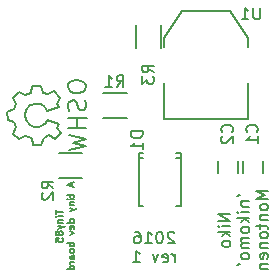
<source format=gbo>
G04 #@! TF.FileFunction,Legend,Bot*
%FSLAX46Y46*%
G04 Gerber Fmt 4.6, Leading zero omitted, Abs format (unit mm)*
G04 Created by KiCad (PCBNEW 4.0.1-stable) date 20.1.2016 23.10.08*
%MOMM*%
G01*
G04 APERTURE LIST*
%ADD10C,0.100000*%
%ADD11C,0.200000*%
%ADD12C,0.150000*%
%ADD13R,1.504000X1.254000*%
%ADD14R,2.054860X2.753360*%
%ADD15O,1.854000X1.854000*%
%ADD16O,2.286000X1.981200*%
%ADD17O,2.252980X2.252980*%
%ADD18R,2.252980X2.252980*%
%ADD19R,1.981200X1.981200*%
%ADD20O,1.981200X1.981200*%
%ADD21R,1.154000X1.954000*%
%ADD22R,3.911600X2.286000*%
%ADD23R,1.270000X2.286000*%
%ADD24R,1.954000X1.154000*%
G04 APERTURE END LIST*
D10*
D11*
X178269686Y-115790819D02*
X178222067Y-115743200D01*
X178126829Y-115695581D01*
X177888733Y-115695581D01*
X177793495Y-115743200D01*
X177745876Y-115790819D01*
X177698257Y-115886057D01*
X177698257Y-115981295D01*
X177745876Y-116124152D01*
X178317305Y-116695581D01*
X177698257Y-116695581D01*
X177079210Y-115695581D02*
X176983971Y-115695581D01*
X176888733Y-115743200D01*
X176841114Y-115790819D01*
X176793495Y-115886057D01*
X176745876Y-116076533D01*
X176745876Y-116314629D01*
X176793495Y-116505105D01*
X176841114Y-116600343D01*
X176888733Y-116647962D01*
X176983971Y-116695581D01*
X177079210Y-116695581D01*
X177174448Y-116647962D01*
X177222067Y-116600343D01*
X177269686Y-116505105D01*
X177317305Y-116314629D01*
X177317305Y-116076533D01*
X177269686Y-115886057D01*
X177222067Y-115790819D01*
X177174448Y-115743200D01*
X177079210Y-115695581D01*
X175793495Y-116695581D02*
X176364924Y-116695581D01*
X176079210Y-116695581D02*
X176079210Y-115695581D01*
X176174448Y-115838438D01*
X176269686Y-115933676D01*
X176364924Y-115981295D01*
X174936352Y-115695581D02*
X175126829Y-115695581D01*
X175222067Y-115743200D01*
X175269686Y-115790819D01*
X175364924Y-115933676D01*
X175412543Y-116124152D01*
X175412543Y-116505105D01*
X175364924Y-116600343D01*
X175317305Y-116647962D01*
X175222067Y-116695581D01*
X175031590Y-116695581D01*
X174936352Y-116647962D01*
X174888733Y-116600343D01*
X174841114Y-116505105D01*
X174841114Y-116267010D01*
X174888733Y-116171771D01*
X174936352Y-116124152D01*
X175031590Y-116076533D01*
X175222067Y-116076533D01*
X175317305Y-116124152D01*
X175364924Y-116171771D01*
X175412543Y-116267010D01*
X178293496Y-118295581D02*
X178293496Y-117628914D01*
X178293496Y-117819390D02*
X178245877Y-117724152D01*
X178198258Y-117676533D01*
X178103020Y-117628914D01*
X178007781Y-117628914D01*
X177293495Y-118247962D02*
X177388733Y-118295581D01*
X177579210Y-118295581D01*
X177674448Y-118247962D01*
X177722067Y-118152724D01*
X177722067Y-117771771D01*
X177674448Y-117676533D01*
X177579210Y-117628914D01*
X177388733Y-117628914D01*
X177293495Y-117676533D01*
X177245876Y-117771771D01*
X177245876Y-117867010D01*
X177722067Y-117962248D01*
X176912543Y-117628914D02*
X176674448Y-118295581D01*
X176436352Y-117628914D01*
X174769685Y-118295581D02*
X175341114Y-118295581D01*
X175055400Y-118295581D02*
X175055400Y-117295581D01*
X175150638Y-117438438D01*
X175245876Y-117533676D01*
X175341114Y-117581295D01*
D12*
X168213429Y-113866786D02*
X168213429Y-114209643D01*
X168813429Y-114038214D02*
X168213429Y-114038214D01*
X168813429Y-114409643D02*
X168413429Y-114409643D01*
X168213429Y-114409643D02*
X168242000Y-114381072D01*
X168270571Y-114409643D01*
X168242000Y-114438215D01*
X168213429Y-114409643D01*
X168270571Y-114409643D01*
X168413429Y-114695357D02*
X168813429Y-114695357D01*
X168470571Y-114695357D02*
X168442000Y-114723929D01*
X168413429Y-114781071D01*
X168413429Y-114866786D01*
X168442000Y-114923929D01*
X168499143Y-114952500D01*
X168813429Y-114952500D01*
X168413429Y-115181071D02*
X168813429Y-115323928D01*
X168413429Y-115466786D02*
X168813429Y-115323928D01*
X168956286Y-115266786D01*
X168984857Y-115238214D01*
X169013429Y-115181071D01*
X168470571Y-115781071D02*
X168442000Y-115723929D01*
X168413429Y-115695357D01*
X168356286Y-115666786D01*
X168327714Y-115666786D01*
X168270571Y-115695357D01*
X168242000Y-115723929D01*
X168213429Y-115781071D01*
X168213429Y-115895357D01*
X168242000Y-115952500D01*
X168270571Y-115981071D01*
X168327714Y-116009643D01*
X168356286Y-116009643D01*
X168413429Y-115981071D01*
X168442000Y-115952500D01*
X168470571Y-115895357D01*
X168470571Y-115781071D01*
X168499143Y-115723929D01*
X168527714Y-115695357D01*
X168584857Y-115666786D01*
X168699143Y-115666786D01*
X168756286Y-115695357D01*
X168784857Y-115723929D01*
X168813429Y-115781071D01*
X168813429Y-115895357D01*
X168784857Y-115952500D01*
X168756286Y-115981071D01*
X168699143Y-116009643D01*
X168584857Y-116009643D01*
X168527714Y-115981071D01*
X168499143Y-115952500D01*
X168470571Y-115895357D01*
X168213429Y-116552500D02*
X168213429Y-116266786D01*
X168499143Y-116238215D01*
X168470571Y-116266786D01*
X168442000Y-116323929D01*
X168442000Y-116466786D01*
X168470571Y-116523929D01*
X168499143Y-116552500D01*
X168556286Y-116581072D01*
X168699143Y-116581072D01*
X168756286Y-116552500D01*
X168784857Y-116523929D01*
X168813429Y-116466786D01*
X168813429Y-116323929D01*
X168784857Y-116266786D01*
X168756286Y-116238215D01*
X169632000Y-111581072D02*
X169632000Y-111866786D01*
X169803429Y-111523929D02*
X169203429Y-111723929D01*
X169803429Y-111923929D01*
X169403429Y-112495358D02*
X169403429Y-112723929D01*
X169203429Y-112581072D02*
X169717714Y-112581072D01*
X169774857Y-112609644D01*
X169803429Y-112666786D01*
X169803429Y-112723929D01*
X169803429Y-112923929D02*
X169403429Y-112923929D01*
X169203429Y-112923929D02*
X169232000Y-112895358D01*
X169260571Y-112923929D01*
X169232000Y-112952501D01*
X169203429Y-112923929D01*
X169260571Y-112923929D01*
X169403429Y-113209643D02*
X169803429Y-113209643D01*
X169460571Y-113209643D02*
X169432000Y-113238215D01*
X169403429Y-113295357D01*
X169403429Y-113381072D01*
X169432000Y-113438215D01*
X169489143Y-113466786D01*
X169803429Y-113466786D01*
X169403429Y-113695357D02*
X169803429Y-113838214D01*
X169403429Y-113981072D02*
X169803429Y-113838214D01*
X169946286Y-113781072D01*
X169974857Y-113752500D01*
X170003429Y-113695357D01*
X169803429Y-114923929D02*
X169203429Y-114923929D01*
X169774857Y-114923929D02*
X169803429Y-114866786D01*
X169803429Y-114752500D01*
X169774857Y-114695358D01*
X169746286Y-114666786D01*
X169689143Y-114638215D01*
X169517714Y-114638215D01*
X169460571Y-114666786D01*
X169432000Y-114695358D01*
X169403429Y-114752500D01*
X169403429Y-114866786D01*
X169432000Y-114923929D01*
X169774857Y-115438215D02*
X169803429Y-115381072D01*
X169803429Y-115266786D01*
X169774857Y-115209643D01*
X169717714Y-115181072D01*
X169489143Y-115181072D01*
X169432000Y-115209643D01*
X169403429Y-115266786D01*
X169403429Y-115381072D01*
X169432000Y-115438215D01*
X169489143Y-115466786D01*
X169546286Y-115466786D01*
X169603429Y-115181072D01*
X169403429Y-115666786D02*
X169803429Y-115809643D01*
X169403429Y-115952501D01*
X169803429Y-116638215D02*
X169203429Y-116638215D01*
X169432000Y-116638215D02*
X169403429Y-116695358D01*
X169403429Y-116809644D01*
X169432000Y-116866787D01*
X169460571Y-116895358D01*
X169517714Y-116923929D01*
X169689143Y-116923929D01*
X169746286Y-116895358D01*
X169774857Y-116866787D01*
X169803429Y-116809644D01*
X169803429Y-116695358D01*
X169774857Y-116638215D01*
X169803429Y-117266786D02*
X169774857Y-117209644D01*
X169746286Y-117181072D01*
X169689143Y-117152501D01*
X169517714Y-117152501D01*
X169460571Y-117181072D01*
X169432000Y-117209644D01*
X169403429Y-117266786D01*
X169403429Y-117352501D01*
X169432000Y-117409644D01*
X169460571Y-117438215D01*
X169517714Y-117466786D01*
X169689143Y-117466786D01*
X169746286Y-117438215D01*
X169774857Y-117409644D01*
X169803429Y-117352501D01*
X169803429Y-117266786D01*
X169803429Y-117981072D02*
X169489143Y-117981072D01*
X169432000Y-117952501D01*
X169403429Y-117895358D01*
X169403429Y-117781072D01*
X169432000Y-117723929D01*
X169774857Y-117981072D02*
X169803429Y-117923929D01*
X169803429Y-117781072D01*
X169774857Y-117723929D01*
X169717714Y-117695358D01*
X169660571Y-117695358D01*
X169603429Y-117723929D01*
X169574857Y-117781072D01*
X169574857Y-117923929D01*
X169546286Y-117981072D01*
X169803429Y-118266786D02*
X169403429Y-118266786D01*
X169517714Y-118266786D02*
X169460571Y-118295358D01*
X169432000Y-118323929D01*
X169403429Y-118381072D01*
X169403429Y-118438215D01*
X169803429Y-118895358D02*
X169203429Y-118895358D01*
X169774857Y-118895358D02*
X169803429Y-118838215D01*
X169803429Y-118723929D01*
X169774857Y-118666787D01*
X169746286Y-118638215D01*
X169689143Y-118609644D01*
X169517714Y-118609644D01*
X169460571Y-118638215D01*
X169432000Y-118666787D01*
X169403429Y-118723929D01*
X169403429Y-118838215D01*
X169432000Y-118895358D01*
D11*
X183002381Y-114189048D02*
X182002381Y-114189048D01*
X183002381Y-114760477D01*
X182002381Y-114760477D01*
X183002381Y-115236667D02*
X182335714Y-115236667D01*
X182002381Y-115236667D02*
X182050000Y-115189048D01*
X182097619Y-115236667D01*
X182050000Y-115284286D01*
X182002381Y-115236667D01*
X182097619Y-115236667D01*
X183002381Y-115712857D02*
X182002381Y-115712857D01*
X182621429Y-115808095D02*
X183002381Y-116093810D01*
X182335714Y-116093810D02*
X182716667Y-115712857D01*
X183002381Y-116665238D02*
X182954762Y-116570000D01*
X182907143Y-116522381D01*
X182811905Y-116474762D01*
X182526190Y-116474762D01*
X182430952Y-116522381D01*
X182383333Y-116570000D01*
X182335714Y-116665238D01*
X182335714Y-116808096D01*
X182383333Y-116903334D01*
X182430952Y-116950953D01*
X182526190Y-116998572D01*
X182811905Y-116998572D01*
X182907143Y-116950953D01*
X182954762Y-116903334D01*
X183002381Y-116808096D01*
X183002381Y-116665238D01*
X183602381Y-112712858D02*
X183792857Y-112617620D01*
X183935714Y-113141429D02*
X184602381Y-113141429D01*
X184030952Y-113141429D02*
X183983333Y-113189048D01*
X183935714Y-113284286D01*
X183935714Y-113427144D01*
X183983333Y-113522382D01*
X184078571Y-113570001D01*
X184602381Y-113570001D01*
X184602381Y-114046191D02*
X183935714Y-114046191D01*
X183602381Y-114046191D02*
X183650000Y-113998572D01*
X183697619Y-114046191D01*
X183650000Y-114093810D01*
X183602381Y-114046191D01*
X183697619Y-114046191D01*
X184602381Y-114522381D02*
X183602381Y-114522381D01*
X184221429Y-114617619D02*
X184602381Y-114903334D01*
X183935714Y-114903334D02*
X184316667Y-114522381D01*
X184602381Y-115474762D02*
X184554762Y-115379524D01*
X184507143Y-115331905D01*
X184411905Y-115284286D01*
X184126190Y-115284286D01*
X184030952Y-115331905D01*
X183983333Y-115379524D01*
X183935714Y-115474762D01*
X183935714Y-115617620D01*
X183983333Y-115712858D01*
X184030952Y-115760477D01*
X184126190Y-115808096D01*
X184411905Y-115808096D01*
X184507143Y-115760477D01*
X184554762Y-115712858D01*
X184602381Y-115617620D01*
X184602381Y-115474762D01*
X184602381Y-116236667D02*
X183935714Y-116236667D01*
X184030952Y-116236667D02*
X183983333Y-116284286D01*
X183935714Y-116379524D01*
X183935714Y-116522382D01*
X183983333Y-116617620D01*
X184078571Y-116665239D01*
X184602381Y-116665239D01*
X184078571Y-116665239D02*
X183983333Y-116712858D01*
X183935714Y-116808096D01*
X183935714Y-116950953D01*
X183983333Y-117046191D01*
X184078571Y-117093810D01*
X184602381Y-117093810D01*
X184602381Y-117712857D02*
X184554762Y-117617619D01*
X184507143Y-117570000D01*
X184411905Y-117522381D01*
X184126190Y-117522381D01*
X184030952Y-117570000D01*
X183983333Y-117617619D01*
X183935714Y-117712857D01*
X183935714Y-117855715D01*
X183983333Y-117950953D01*
X184030952Y-117998572D01*
X184126190Y-118046191D01*
X184411905Y-118046191D01*
X184507143Y-117998572D01*
X184554762Y-117950953D01*
X184602381Y-117855715D01*
X184602381Y-117712857D01*
X183602381Y-118522381D02*
X183792857Y-118427143D01*
X186202381Y-112260476D02*
X185202381Y-112260476D01*
X185916667Y-112593810D01*
X185202381Y-112927143D01*
X186202381Y-112927143D01*
X186202381Y-113546190D02*
X186154762Y-113450952D01*
X186107143Y-113403333D01*
X186011905Y-113355714D01*
X185726190Y-113355714D01*
X185630952Y-113403333D01*
X185583333Y-113450952D01*
X185535714Y-113546190D01*
X185535714Y-113689048D01*
X185583333Y-113784286D01*
X185630952Y-113831905D01*
X185726190Y-113879524D01*
X186011905Y-113879524D01*
X186107143Y-113831905D01*
X186154762Y-113784286D01*
X186202381Y-113689048D01*
X186202381Y-113546190D01*
X185535714Y-114308095D02*
X186202381Y-114308095D01*
X185630952Y-114308095D02*
X185583333Y-114355714D01*
X185535714Y-114450952D01*
X185535714Y-114593810D01*
X185583333Y-114689048D01*
X185678571Y-114736667D01*
X186202381Y-114736667D01*
X185535714Y-115070000D02*
X185535714Y-115450952D01*
X185202381Y-115212857D02*
X186059524Y-115212857D01*
X186154762Y-115260476D01*
X186202381Y-115355714D01*
X186202381Y-115450952D01*
X186202381Y-115927143D02*
X186154762Y-115831905D01*
X186107143Y-115784286D01*
X186011905Y-115736667D01*
X185726190Y-115736667D01*
X185630952Y-115784286D01*
X185583333Y-115831905D01*
X185535714Y-115927143D01*
X185535714Y-116070001D01*
X185583333Y-116165239D01*
X185630952Y-116212858D01*
X185726190Y-116260477D01*
X186011905Y-116260477D01*
X186107143Y-116212858D01*
X186154762Y-116165239D01*
X186202381Y-116070001D01*
X186202381Y-115927143D01*
X185535714Y-116689048D02*
X186202381Y-116689048D01*
X185630952Y-116689048D02*
X185583333Y-116736667D01*
X185535714Y-116831905D01*
X185535714Y-116974763D01*
X185583333Y-117070001D01*
X185678571Y-117117620D01*
X186202381Y-117117620D01*
X186154762Y-117974763D02*
X186202381Y-117879525D01*
X186202381Y-117689048D01*
X186154762Y-117593810D01*
X186059524Y-117546191D01*
X185678571Y-117546191D01*
X185583333Y-117593810D01*
X185535714Y-117689048D01*
X185535714Y-117879525D01*
X185583333Y-117974763D01*
X185678571Y-118022382D01*
X185773810Y-118022382D01*
X185869048Y-117546191D01*
X185535714Y-118450953D02*
X186202381Y-118450953D01*
X185630952Y-118450953D02*
X185583333Y-118498572D01*
X185535714Y-118593810D01*
X185535714Y-118736668D01*
X185583333Y-118831906D01*
X185678571Y-118879525D01*
X186202381Y-118879525D01*
D12*
X184050000Y-110720000D02*
X184050000Y-109720000D01*
X185750000Y-109720000D02*
X185750000Y-110720000D01*
X181950000Y-110720000D02*
X181950000Y-109720000D01*
X183650000Y-109720000D02*
X183650000Y-110720000D01*
X178800760Y-109490960D02*
X178450240Y-109490960D01*
X175300640Y-109490960D02*
X175651160Y-109490960D01*
X178800760Y-113540540D02*
X178450240Y-113540540D01*
X178800760Y-109039660D02*
X178450240Y-109039660D01*
X175300640Y-109039660D02*
X175651160Y-109039660D01*
X175300640Y-113540540D02*
X175651160Y-113540540D01*
X178800760Y-109039660D02*
X178800760Y-113540540D01*
X175300640Y-109039660D02*
X175300640Y-113540540D01*
X174228000Y-103928600D02*
X172228000Y-103928600D01*
X172228000Y-106078600D02*
X174228000Y-106078600D01*
X170481500Y-109034000D02*
X168481500Y-109034000D01*
X168481500Y-111184000D02*
X170481500Y-111184000D01*
X184531000Y-103124000D02*
X184531000Y-106172000D01*
X184531000Y-106172000D02*
X177419000Y-106172000D01*
X177419000Y-106172000D02*
X177419000Y-103124000D01*
X184531000Y-100076000D02*
X184531000Y-99314000D01*
X184531000Y-99314000D02*
X183007000Y-97028000D01*
X183007000Y-97028000D02*
X178943000Y-97028000D01*
X178943000Y-97028000D02*
X177419000Y-99314000D01*
X177419000Y-99314000D02*
X177419000Y-100076000D01*
X175010500Y-98187000D02*
X175010500Y-100187000D01*
X177160500Y-100187000D02*
X177160500Y-98187000D01*
X169313860Y-107523280D02*
X170784520Y-107883960D01*
X170784520Y-107883960D02*
X169722800Y-108163360D01*
X169722800Y-108163360D02*
X170794680Y-108473240D01*
X170794680Y-108473240D02*
X169344340Y-108813600D01*
X170004740Y-106103420D02*
X169994580Y-106893360D01*
X169994580Y-106893360D02*
X170004740Y-106903520D01*
X170004740Y-106903520D02*
X169994580Y-106903520D01*
X169283380Y-106944160D02*
X170825160Y-106944160D01*
X169273220Y-106055160D02*
X170842940Y-106055160D01*
X170842940Y-106055160D02*
X170832780Y-106065320D01*
X169374820Y-105503980D02*
X169293540Y-105153460D01*
X169293540Y-105153460D02*
X169283380Y-104833420D01*
X169283380Y-104833420D02*
X169484040Y-104594660D01*
X169484040Y-104594660D02*
X169753280Y-104564180D01*
X169753280Y-104564180D02*
X169994580Y-104805480D01*
X169994580Y-104805480D02*
X170124120Y-105194100D01*
X170124120Y-105194100D02*
X170284140Y-105374440D01*
X170284140Y-105374440D02*
X170583860Y-105415080D01*
X170583860Y-105415080D02*
X170804840Y-105183940D01*
X170804840Y-105183940D02*
X170832780Y-104863900D01*
X170832780Y-104863900D02*
X170723560Y-104513380D01*
X169273220Y-103474520D02*
X169293540Y-103225600D01*
X169293540Y-103225600D02*
X169534840Y-102984300D01*
X169534840Y-102984300D02*
X170025060Y-102895400D01*
X170025060Y-102895400D02*
X170373040Y-102923340D01*
X170373040Y-102923340D02*
X170693080Y-103124000D01*
X170693080Y-103124000D02*
X170815000Y-103375460D01*
X170815000Y-103375460D02*
X170743880Y-103685340D01*
X170743880Y-103685340D02*
X170563540Y-103903780D01*
X170563540Y-103903780D02*
X170103800Y-103974900D01*
X170103800Y-103974900D02*
X169694860Y-103924100D01*
X169694860Y-103924100D02*
X169412920Y-103814880D01*
X169412920Y-103814880D02*
X169283380Y-103454200D01*
X167553640Y-104073960D02*
X168114980Y-103814880D01*
X168114980Y-103814880D02*
X168633140Y-104353360D01*
X168633140Y-104353360D02*
X168363900Y-104874060D01*
X168363900Y-104874060D02*
X168523920Y-105153460D01*
X168503600Y-106593640D02*
X168313100Y-106923840D01*
X168313100Y-106923840D02*
X168643300Y-107363260D01*
X168643300Y-107363260D02*
X168153080Y-107835700D01*
X168153080Y-107835700D02*
X167673020Y-107553760D01*
X167673020Y-107553760D02*
X167203120Y-107744260D01*
X167203120Y-107744260D02*
X167015160Y-108353860D01*
X167015160Y-108353860D02*
X166334440Y-108353860D01*
X166334440Y-108353860D02*
X166194740Y-107795060D01*
X166194740Y-107795060D02*
X165623240Y-107594400D01*
X165623240Y-107594400D02*
X165153340Y-107863640D01*
X165153340Y-107863640D02*
X164642800Y-107393740D01*
X164642800Y-107393740D02*
X164904420Y-106875580D01*
X164904420Y-106875580D02*
X164703760Y-106405680D01*
X164703760Y-106405680D02*
X164162740Y-106235500D01*
X164162740Y-106235500D02*
X164144960Y-105544620D01*
X164144960Y-105544620D02*
X164693600Y-105333800D01*
X164693600Y-105333800D02*
X164863780Y-104914700D01*
X164863780Y-104914700D02*
X164594540Y-104363520D01*
X164594540Y-104363520D02*
X165122860Y-103845360D01*
X165122860Y-103845360D02*
X165663880Y-104094280D01*
X165663880Y-104094280D02*
X166143940Y-103924100D01*
X166143940Y-103924100D02*
X166243000Y-103375460D01*
X166243000Y-103375460D02*
X166944040Y-103365300D01*
X166944040Y-103365300D02*
X167144700Y-103924100D01*
X167144700Y-103924100D02*
X167543480Y-104063800D01*
X167523160Y-106205020D02*
X167373300Y-106504740D01*
X167373300Y-106504740D02*
X167175180Y-106705400D01*
X167175180Y-106705400D02*
X166773860Y-106855260D01*
X166773860Y-106855260D02*
X166375080Y-106855260D01*
X166375080Y-106855260D02*
X166024560Y-106705400D01*
X166024560Y-106705400D02*
X165674040Y-106253280D01*
X165674040Y-106253280D02*
X165623240Y-105803700D01*
X165623240Y-105803700D02*
X165724840Y-105404920D01*
X165724840Y-105404920D02*
X166072820Y-105003600D01*
X166072820Y-105003600D02*
X166524940Y-104853740D01*
X166524940Y-104853740D02*
X167022780Y-104904540D01*
X167022780Y-104904540D02*
X167325040Y-105153460D01*
X167325040Y-105153460D02*
X167523160Y-105503980D01*
X167523160Y-105503980D02*
X168523920Y-105153460D01*
X167523160Y-106205020D02*
X168523920Y-106603800D01*
X185257143Y-107253334D02*
X185304762Y-107205715D01*
X185352381Y-107062858D01*
X185352381Y-106967620D01*
X185304762Y-106824762D01*
X185209524Y-106729524D01*
X185114286Y-106681905D01*
X184923810Y-106634286D01*
X184780952Y-106634286D01*
X184590476Y-106681905D01*
X184495238Y-106729524D01*
X184400000Y-106824762D01*
X184352381Y-106967620D01*
X184352381Y-107062858D01*
X184400000Y-107205715D01*
X184447619Y-107253334D01*
X185352381Y-108205715D02*
X185352381Y-107634286D01*
X185352381Y-107920000D02*
X184352381Y-107920000D01*
X184495238Y-107824762D01*
X184590476Y-107729524D01*
X184638095Y-107634286D01*
X183157143Y-107253334D02*
X183204762Y-107205715D01*
X183252381Y-107062858D01*
X183252381Y-106967620D01*
X183204762Y-106824762D01*
X183109524Y-106729524D01*
X183014286Y-106681905D01*
X182823810Y-106634286D01*
X182680952Y-106634286D01*
X182490476Y-106681905D01*
X182395238Y-106729524D01*
X182300000Y-106824762D01*
X182252381Y-106967620D01*
X182252381Y-107062858D01*
X182300000Y-107205715D01*
X182347619Y-107253334D01*
X182347619Y-107634286D02*
X182300000Y-107681905D01*
X182252381Y-107777143D01*
X182252381Y-108015239D01*
X182300000Y-108110477D01*
X182347619Y-108158096D01*
X182442857Y-108205715D01*
X182538095Y-108205715D01*
X182680952Y-108158096D01*
X183252381Y-107586667D01*
X183252381Y-108205715D01*
X175585381Y-107211905D02*
X174585381Y-107211905D01*
X174585381Y-107450000D01*
X174633000Y-107592858D01*
X174728238Y-107688096D01*
X174823476Y-107735715D01*
X175013952Y-107783334D01*
X175156810Y-107783334D01*
X175347286Y-107735715D01*
X175442524Y-107688096D01*
X175537762Y-107592858D01*
X175585381Y-107450000D01*
X175585381Y-107211905D01*
X175585381Y-108735715D02*
X175585381Y-108164286D01*
X175585381Y-108450000D02*
X174585381Y-108450000D01*
X174728238Y-108354762D01*
X174823476Y-108259524D01*
X174871095Y-108164286D01*
X173394666Y-103455981D02*
X173728000Y-102979790D01*
X173966095Y-103455981D02*
X173966095Y-102455981D01*
X173585142Y-102455981D01*
X173489904Y-102503600D01*
X173442285Y-102551219D01*
X173394666Y-102646457D01*
X173394666Y-102789314D01*
X173442285Y-102884552D01*
X173489904Y-102932171D01*
X173585142Y-102979790D01*
X173966095Y-102979790D01*
X172442285Y-103455981D02*
X173013714Y-103455981D01*
X172728000Y-103455981D02*
X172728000Y-102455981D01*
X172823238Y-102598838D01*
X172918476Y-102694076D01*
X173013714Y-102741695D01*
X168028881Y-112037834D02*
X167552690Y-111704500D01*
X168028881Y-111466405D02*
X167028881Y-111466405D01*
X167028881Y-111847358D01*
X167076500Y-111942596D01*
X167124119Y-111990215D01*
X167219357Y-112037834D01*
X167362214Y-112037834D01*
X167457452Y-111990215D01*
X167505071Y-111942596D01*
X167552690Y-111847358D01*
X167552690Y-111466405D01*
X167124119Y-112418786D02*
X167076500Y-112466405D01*
X167028881Y-112561643D01*
X167028881Y-112799739D01*
X167076500Y-112894977D01*
X167124119Y-112942596D01*
X167219357Y-112990215D01*
X167314595Y-112990215D01*
X167457452Y-112942596D01*
X168028881Y-112371167D01*
X168028881Y-112990215D01*
X185546905Y-96734381D02*
X185546905Y-97543905D01*
X185499286Y-97639143D01*
X185451667Y-97686762D01*
X185356429Y-97734381D01*
X185165952Y-97734381D01*
X185070714Y-97686762D01*
X185023095Y-97639143D01*
X184975476Y-97543905D01*
X184975476Y-96734381D01*
X183975476Y-97734381D02*
X184546905Y-97734381D01*
X184261191Y-97734381D02*
X184261191Y-96734381D01*
X184356429Y-96877238D01*
X184451667Y-96972476D01*
X184546905Y-97020095D01*
X176537881Y-102220334D02*
X176061690Y-101887000D01*
X176537881Y-101648905D02*
X175537881Y-101648905D01*
X175537881Y-102029858D01*
X175585500Y-102125096D01*
X175633119Y-102172715D01*
X175728357Y-102220334D01*
X175871214Y-102220334D01*
X175966452Y-102172715D01*
X176014071Y-102125096D01*
X176061690Y-102029858D01*
X176061690Y-101648905D01*
X175537881Y-102553667D02*
X175537881Y-103172715D01*
X175918833Y-102839381D01*
X175918833Y-102982239D01*
X175966452Y-103077477D01*
X176014071Y-103125096D01*
X176109310Y-103172715D01*
X176347405Y-103172715D01*
X176442643Y-103125096D01*
X176490262Y-103077477D01*
X176537881Y-102982239D01*
X176537881Y-102696524D01*
X176490262Y-102601286D01*
X176442643Y-102553667D01*
%LPC*%
D13*
X184900000Y-109220000D03*
X184900000Y-111220000D03*
X182800000Y-109220000D03*
X182800000Y-111220000D03*
D14*
X177050700Y-109291120D03*
X177050700Y-113289080D03*
D15*
X172720000Y-109220000D03*
X172720000Y-111760000D03*
X172720000Y-114300000D03*
X172720000Y-116840000D03*
X180340000Y-116840000D03*
X180340000Y-114300000D03*
X180340000Y-111760000D03*
X180340000Y-109220000D03*
D16*
X165100000Y-109220000D03*
X165100000Y-111760000D03*
X165100000Y-114300000D03*
X165100000Y-116840000D03*
X187960000Y-116840000D03*
X187960000Y-114300000D03*
X187960000Y-111760000D03*
X187960000Y-109220000D03*
D17*
X186355000Y-99060000D03*
D18*
X186355000Y-104140000D03*
D17*
X186355000Y-101600000D03*
D19*
X170180000Y-99060000D03*
D20*
X170180000Y-101600000D03*
X167640000Y-99060000D03*
X167640000Y-101600000D03*
X165100000Y-99060000D03*
X165100000Y-101600000D03*
D21*
X171778000Y-105003600D03*
X174678000Y-105003600D03*
X168031500Y-110109000D03*
X170931500Y-110109000D03*
D22*
X180975000Y-98298000D03*
D23*
X180975000Y-104902000D03*
X178689000Y-104902000D03*
X183261000Y-104902000D03*
D24*
X176085500Y-100637000D03*
X176085500Y-97737000D03*
M02*

</source>
